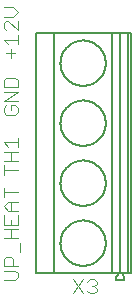
<source format=gto>
G75*
%MOIN*%
%OFA0B0*%
%FSLAX25Y25*%
%IPPOS*%
%LPD*%
%AMOC8*
5,1,8,0,0,1.08239X$1,22.5*
%
%ADD10C,0.00400*%
%ADD11C,0.00800*%
D10*
X0557091Y0163434D02*
X0560927Y0163434D01*
X0561694Y0164201D01*
X0561694Y0165736D01*
X0560927Y0166503D01*
X0557091Y0166503D01*
X0557091Y0168038D02*
X0557091Y0170340D01*
X0557858Y0171107D01*
X0559393Y0171107D01*
X0560160Y0170340D01*
X0560160Y0168038D01*
X0561694Y0168038D02*
X0557091Y0168038D01*
X0562462Y0172642D02*
X0562462Y0175711D01*
X0561694Y0177246D02*
X0557091Y0177246D01*
X0559393Y0177246D02*
X0559393Y0180315D01*
X0559393Y0181850D02*
X0559393Y0183384D01*
X0561694Y0181850D02*
X0561694Y0184919D01*
X0561694Y0186454D02*
X0558625Y0186454D01*
X0557091Y0187988D01*
X0558625Y0189523D01*
X0561694Y0189523D01*
X0559393Y0189523D02*
X0559393Y0186454D01*
X0557091Y0184919D02*
X0557091Y0181850D01*
X0561694Y0181850D01*
X0561694Y0180315D02*
X0557091Y0180315D01*
X0557091Y0191057D02*
X0557091Y0194127D01*
X0557091Y0192592D02*
X0561694Y0192592D01*
X0557091Y0198476D02*
X0557091Y0201545D01*
X0557091Y0203080D02*
X0561694Y0203080D01*
X0559393Y0203080D02*
X0559393Y0206149D01*
X0558625Y0207683D02*
X0557091Y0209218D01*
X0561694Y0209218D01*
X0561694Y0207683D02*
X0561694Y0210753D01*
X0561694Y0206149D02*
X0557091Y0206149D01*
X0557091Y0200010D02*
X0561694Y0200010D01*
X0560927Y0218476D02*
X0561694Y0219243D01*
X0561694Y0220778D01*
X0560927Y0221545D01*
X0559393Y0221545D01*
X0559393Y0220010D01*
X0560927Y0218476D02*
X0557858Y0218476D01*
X0557091Y0219243D01*
X0557091Y0220778D01*
X0557858Y0221545D01*
X0557091Y0223080D02*
X0561694Y0223080D01*
X0561694Y0226149D02*
X0557091Y0226149D01*
X0557091Y0227683D02*
X0557091Y0229985D01*
X0557858Y0230753D01*
X0560927Y0230753D01*
X0561694Y0229985D01*
X0561694Y0227683D01*
X0557091Y0227683D01*
X0557091Y0223080D02*
X0561694Y0226149D01*
X0559393Y0237372D02*
X0559393Y0240441D01*
X0558625Y0241976D02*
X0557091Y0243510D01*
X0561694Y0243510D01*
X0561694Y0241976D02*
X0561694Y0245045D01*
X0561694Y0246580D02*
X0558625Y0249649D01*
X0557858Y0249649D01*
X0557091Y0248881D01*
X0557091Y0247347D01*
X0557858Y0246580D01*
X0561694Y0246580D02*
X0561694Y0249649D01*
X0560160Y0251183D02*
X0557091Y0251183D01*
X0560160Y0251183D02*
X0561694Y0252718D01*
X0560160Y0254253D01*
X0557091Y0254253D01*
X0557858Y0238906D02*
X0560927Y0238906D01*
X0580308Y0163557D02*
X0583378Y0158953D01*
X0584912Y0159720D02*
X0585680Y0158953D01*
X0587214Y0158953D01*
X0587981Y0159720D01*
X0587981Y0160487D01*
X0587214Y0161255D01*
X0586447Y0161255D01*
X0587214Y0161255D02*
X0587981Y0162022D01*
X0587981Y0162789D01*
X0587214Y0163557D01*
X0585680Y0163557D01*
X0584912Y0162789D01*
X0583378Y0163557D02*
X0580308Y0158953D01*
D11*
X0575574Y0165670D02*
X0591310Y0165670D01*
X0593248Y0165670D01*
X0593248Y0245670D01*
X0595926Y0245670D01*
X0598375Y0245670D01*
X0599556Y0245670D01*
X0599556Y0165670D01*
X0598375Y0165670D01*
X0598375Y0245670D01*
X0595926Y0245670D02*
X0595926Y0165670D01*
X0596709Y0165670D01*
X0598375Y0165670D01*
X0597300Y0164461D02*
X0596709Y0165163D01*
X0596709Y0165670D01*
X0595926Y0165670D02*
X0595080Y0165670D01*
X0593248Y0165670D01*
X0594489Y0164461D02*
X0595080Y0165163D01*
X0595080Y0165670D01*
X0594489Y0164461D02*
X0594489Y0163426D01*
X0597300Y0163426D01*
X0597300Y0164461D01*
X0575974Y0175670D02*
X0575976Y0175855D01*
X0575983Y0176040D01*
X0575994Y0176225D01*
X0576010Y0176409D01*
X0576031Y0176593D01*
X0576056Y0176776D01*
X0576085Y0176959D01*
X0576119Y0177141D01*
X0576157Y0177322D01*
X0576200Y0177502D01*
X0576247Y0177681D01*
X0576299Y0177858D01*
X0576355Y0178035D01*
X0576415Y0178210D01*
X0576479Y0178383D01*
X0576548Y0178555D01*
X0576621Y0178725D01*
X0576698Y0178893D01*
X0576779Y0179060D01*
X0576864Y0179224D01*
X0576953Y0179386D01*
X0577047Y0179546D01*
X0577144Y0179703D01*
X0577245Y0179858D01*
X0577349Y0180011D01*
X0577458Y0180161D01*
X0577570Y0180308D01*
X0577685Y0180453D01*
X0577804Y0180594D01*
X0577927Y0180733D01*
X0578053Y0180868D01*
X0578182Y0181001D01*
X0578315Y0181130D01*
X0578450Y0181256D01*
X0578589Y0181379D01*
X0578730Y0181498D01*
X0578875Y0181613D01*
X0579022Y0181725D01*
X0579172Y0181834D01*
X0579325Y0181938D01*
X0579480Y0182039D01*
X0579637Y0182136D01*
X0579797Y0182230D01*
X0579959Y0182319D01*
X0580123Y0182404D01*
X0580290Y0182485D01*
X0580458Y0182562D01*
X0580628Y0182635D01*
X0580800Y0182704D01*
X0580973Y0182768D01*
X0581148Y0182828D01*
X0581325Y0182884D01*
X0581502Y0182936D01*
X0581681Y0182983D01*
X0581861Y0183026D01*
X0582042Y0183064D01*
X0582224Y0183098D01*
X0582407Y0183127D01*
X0582590Y0183152D01*
X0582774Y0183173D01*
X0582958Y0183189D01*
X0583143Y0183200D01*
X0583328Y0183207D01*
X0583513Y0183209D01*
X0583698Y0183207D01*
X0583883Y0183200D01*
X0584068Y0183189D01*
X0584252Y0183173D01*
X0584436Y0183152D01*
X0584619Y0183127D01*
X0584802Y0183098D01*
X0584984Y0183064D01*
X0585165Y0183026D01*
X0585345Y0182983D01*
X0585524Y0182936D01*
X0585701Y0182884D01*
X0585878Y0182828D01*
X0586053Y0182768D01*
X0586226Y0182704D01*
X0586398Y0182635D01*
X0586568Y0182562D01*
X0586736Y0182485D01*
X0586903Y0182404D01*
X0587067Y0182319D01*
X0587229Y0182230D01*
X0587389Y0182136D01*
X0587546Y0182039D01*
X0587701Y0181938D01*
X0587854Y0181834D01*
X0588004Y0181725D01*
X0588151Y0181613D01*
X0588296Y0181498D01*
X0588437Y0181379D01*
X0588576Y0181256D01*
X0588711Y0181130D01*
X0588844Y0181001D01*
X0588973Y0180868D01*
X0589099Y0180733D01*
X0589222Y0180594D01*
X0589341Y0180453D01*
X0589456Y0180308D01*
X0589568Y0180161D01*
X0589677Y0180011D01*
X0589781Y0179858D01*
X0589882Y0179703D01*
X0589979Y0179546D01*
X0590073Y0179386D01*
X0590162Y0179224D01*
X0590247Y0179060D01*
X0590328Y0178893D01*
X0590405Y0178725D01*
X0590478Y0178555D01*
X0590547Y0178383D01*
X0590611Y0178210D01*
X0590671Y0178035D01*
X0590727Y0177858D01*
X0590779Y0177681D01*
X0590826Y0177502D01*
X0590869Y0177322D01*
X0590907Y0177141D01*
X0590941Y0176959D01*
X0590970Y0176776D01*
X0590995Y0176593D01*
X0591016Y0176409D01*
X0591032Y0176225D01*
X0591043Y0176040D01*
X0591050Y0175855D01*
X0591052Y0175670D01*
X0591050Y0175485D01*
X0591043Y0175300D01*
X0591032Y0175115D01*
X0591016Y0174931D01*
X0590995Y0174747D01*
X0590970Y0174564D01*
X0590941Y0174381D01*
X0590907Y0174199D01*
X0590869Y0174018D01*
X0590826Y0173838D01*
X0590779Y0173659D01*
X0590727Y0173482D01*
X0590671Y0173305D01*
X0590611Y0173130D01*
X0590547Y0172957D01*
X0590478Y0172785D01*
X0590405Y0172615D01*
X0590328Y0172447D01*
X0590247Y0172280D01*
X0590162Y0172116D01*
X0590073Y0171954D01*
X0589979Y0171794D01*
X0589882Y0171637D01*
X0589781Y0171482D01*
X0589677Y0171329D01*
X0589568Y0171179D01*
X0589456Y0171032D01*
X0589341Y0170887D01*
X0589222Y0170746D01*
X0589099Y0170607D01*
X0588973Y0170472D01*
X0588844Y0170339D01*
X0588711Y0170210D01*
X0588576Y0170084D01*
X0588437Y0169961D01*
X0588296Y0169842D01*
X0588151Y0169727D01*
X0588004Y0169615D01*
X0587854Y0169506D01*
X0587701Y0169402D01*
X0587546Y0169301D01*
X0587389Y0169204D01*
X0587229Y0169110D01*
X0587067Y0169021D01*
X0586903Y0168936D01*
X0586736Y0168855D01*
X0586568Y0168778D01*
X0586398Y0168705D01*
X0586226Y0168636D01*
X0586053Y0168572D01*
X0585878Y0168512D01*
X0585701Y0168456D01*
X0585524Y0168404D01*
X0585345Y0168357D01*
X0585165Y0168314D01*
X0584984Y0168276D01*
X0584802Y0168242D01*
X0584619Y0168213D01*
X0584436Y0168188D01*
X0584252Y0168167D01*
X0584068Y0168151D01*
X0583883Y0168140D01*
X0583698Y0168133D01*
X0583513Y0168131D01*
X0583328Y0168133D01*
X0583143Y0168140D01*
X0582958Y0168151D01*
X0582774Y0168167D01*
X0582590Y0168188D01*
X0582407Y0168213D01*
X0582224Y0168242D01*
X0582042Y0168276D01*
X0581861Y0168314D01*
X0581681Y0168357D01*
X0581502Y0168404D01*
X0581325Y0168456D01*
X0581148Y0168512D01*
X0580973Y0168572D01*
X0580800Y0168636D01*
X0580628Y0168705D01*
X0580458Y0168778D01*
X0580290Y0168855D01*
X0580123Y0168936D01*
X0579959Y0169021D01*
X0579797Y0169110D01*
X0579637Y0169204D01*
X0579480Y0169301D01*
X0579325Y0169402D01*
X0579172Y0169506D01*
X0579022Y0169615D01*
X0578875Y0169727D01*
X0578730Y0169842D01*
X0578589Y0169961D01*
X0578450Y0170084D01*
X0578315Y0170210D01*
X0578182Y0170339D01*
X0578053Y0170472D01*
X0577927Y0170607D01*
X0577804Y0170746D01*
X0577685Y0170887D01*
X0577570Y0171032D01*
X0577458Y0171179D01*
X0577349Y0171329D01*
X0577245Y0171482D01*
X0577144Y0171637D01*
X0577047Y0171794D01*
X0576953Y0171954D01*
X0576864Y0172116D01*
X0576779Y0172280D01*
X0576698Y0172447D01*
X0576621Y0172615D01*
X0576548Y0172785D01*
X0576479Y0172957D01*
X0576415Y0173130D01*
X0576355Y0173305D01*
X0576299Y0173482D01*
X0576247Y0173659D01*
X0576200Y0173838D01*
X0576157Y0174018D01*
X0576119Y0174199D01*
X0576085Y0174381D01*
X0576056Y0174564D01*
X0576031Y0174747D01*
X0576010Y0174931D01*
X0575994Y0175115D01*
X0575983Y0175300D01*
X0575976Y0175485D01*
X0575974Y0175670D01*
X0575574Y0165670D02*
X0573673Y0165670D01*
X0567666Y0165670D01*
X0567666Y0245670D01*
X0573673Y0245670D01*
X0575574Y0245670D01*
X0591310Y0245670D01*
X0593248Y0245670D01*
X0575974Y0235670D02*
X0575976Y0235855D01*
X0575983Y0236040D01*
X0575994Y0236225D01*
X0576010Y0236409D01*
X0576031Y0236593D01*
X0576056Y0236776D01*
X0576085Y0236959D01*
X0576119Y0237141D01*
X0576157Y0237322D01*
X0576200Y0237502D01*
X0576247Y0237681D01*
X0576299Y0237858D01*
X0576355Y0238035D01*
X0576415Y0238210D01*
X0576479Y0238383D01*
X0576548Y0238555D01*
X0576621Y0238725D01*
X0576698Y0238893D01*
X0576779Y0239060D01*
X0576864Y0239224D01*
X0576953Y0239386D01*
X0577047Y0239546D01*
X0577144Y0239703D01*
X0577245Y0239858D01*
X0577349Y0240011D01*
X0577458Y0240161D01*
X0577570Y0240308D01*
X0577685Y0240453D01*
X0577804Y0240594D01*
X0577927Y0240733D01*
X0578053Y0240868D01*
X0578182Y0241001D01*
X0578315Y0241130D01*
X0578450Y0241256D01*
X0578589Y0241379D01*
X0578730Y0241498D01*
X0578875Y0241613D01*
X0579022Y0241725D01*
X0579172Y0241834D01*
X0579325Y0241938D01*
X0579480Y0242039D01*
X0579637Y0242136D01*
X0579797Y0242230D01*
X0579959Y0242319D01*
X0580123Y0242404D01*
X0580290Y0242485D01*
X0580458Y0242562D01*
X0580628Y0242635D01*
X0580800Y0242704D01*
X0580973Y0242768D01*
X0581148Y0242828D01*
X0581325Y0242884D01*
X0581502Y0242936D01*
X0581681Y0242983D01*
X0581861Y0243026D01*
X0582042Y0243064D01*
X0582224Y0243098D01*
X0582407Y0243127D01*
X0582590Y0243152D01*
X0582774Y0243173D01*
X0582958Y0243189D01*
X0583143Y0243200D01*
X0583328Y0243207D01*
X0583513Y0243209D01*
X0583698Y0243207D01*
X0583883Y0243200D01*
X0584068Y0243189D01*
X0584252Y0243173D01*
X0584436Y0243152D01*
X0584619Y0243127D01*
X0584802Y0243098D01*
X0584984Y0243064D01*
X0585165Y0243026D01*
X0585345Y0242983D01*
X0585524Y0242936D01*
X0585701Y0242884D01*
X0585878Y0242828D01*
X0586053Y0242768D01*
X0586226Y0242704D01*
X0586398Y0242635D01*
X0586568Y0242562D01*
X0586736Y0242485D01*
X0586903Y0242404D01*
X0587067Y0242319D01*
X0587229Y0242230D01*
X0587389Y0242136D01*
X0587546Y0242039D01*
X0587701Y0241938D01*
X0587854Y0241834D01*
X0588004Y0241725D01*
X0588151Y0241613D01*
X0588296Y0241498D01*
X0588437Y0241379D01*
X0588576Y0241256D01*
X0588711Y0241130D01*
X0588844Y0241001D01*
X0588973Y0240868D01*
X0589099Y0240733D01*
X0589222Y0240594D01*
X0589341Y0240453D01*
X0589456Y0240308D01*
X0589568Y0240161D01*
X0589677Y0240011D01*
X0589781Y0239858D01*
X0589882Y0239703D01*
X0589979Y0239546D01*
X0590073Y0239386D01*
X0590162Y0239224D01*
X0590247Y0239060D01*
X0590328Y0238893D01*
X0590405Y0238725D01*
X0590478Y0238555D01*
X0590547Y0238383D01*
X0590611Y0238210D01*
X0590671Y0238035D01*
X0590727Y0237858D01*
X0590779Y0237681D01*
X0590826Y0237502D01*
X0590869Y0237322D01*
X0590907Y0237141D01*
X0590941Y0236959D01*
X0590970Y0236776D01*
X0590995Y0236593D01*
X0591016Y0236409D01*
X0591032Y0236225D01*
X0591043Y0236040D01*
X0591050Y0235855D01*
X0591052Y0235670D01*
X0591050Y0235485D01*
X0591043Y0235300D01*
X0591032Y0235115D01*
X0591016Y0234931D01*
X0590995Y0234747D01*
X0590970Y0234564D01*
X0590941Y0234381D01*
X0590907Y0234199D01*
X0590869Y0234018D01*
X0590826Y0233838D01*
X0590779Y0233659D01*
X0590727Y0233482D01*
X0590671Y0233305D01*
X0590611Y0233130D01*
X0590547Y0232957D01*
X0590478Y0232785D01*
X0590405Y0232615D01*
X0590328Y0232447D01*
X0590247Y0232280D01*
X0590162Y0232116D01*
X0590073Y0231954D01*
X0589979Y0231794D01*
X0589882Y0231637D01*
X0589781Y0231482D01*
X0589677Y0231329D01*
X0589568Y0231179D01*
X0589456Y0231032D01*
X0589341Y0230887D01*
X0589222Y0230746D01*
X0589099Y0230607D01*
X0588973Y0230472D01*
X0588844Y0230339D01*
X0588711Y0230210D01*
X0588576Y0230084D01*
X0588437Y0229961D01*
X0588296Y0229842D01*
X0588151Y0229727D01*
X0588004Y0229615D01*
X0587854Y0229506D01*
X0587701Y0229402D01*
X0587546Y0229301D01*
X0587389Y0229204D01*
X0587229Y0229110D01*
X0587067Y0229021D01*
X0586903Y0228936D01*
X0586736Y0228855D01*
X0586568Y0228778D01*
X0586398Y0228705D01*
X0586226Y0228636D01*
X0586053Y0228572D01*
X0585878Y0228512D01*
X0585701Y0228456D01*
X0585524Y0228404D01*
X0585345Y0228357D01*
X0585165Y0228314D01*
X0584984Y0228276D01*
X0584802Y0228242D01*
X0584619Y0228213D01*
X0584436Y0228188D01*
X0584252Y0228167D01*
X0584068Y0228151D01*
X0583883Y0228140D01*
X0583698Y0228133D01*
X0583513Y0228131D01*
X0583328Y0228133D01*
X0583143Y0228140D01*
X0582958Y0228151D01*
X0582774Y0228167D01*
X0582590Y0228188D01*
X0582407Y0228213D01*
X0582224Y0228242D01*
X0582042Y0228276D01*
X0581861Y0228314D01*
X0581681Y0228357D01*
X0581502Y0228404D01*
X0581325Y0228456D01*
X0581148Y0228512D01*
X0580973Y0228572D01*
X0580800Y0228636D01*
X0580628Y0228705D01*
X0580458Y0228778D01*
X0580290Y0228855D01*
X0580123Y0228936D01*
X0579959Y0229021D01*
X0579797Y0229110D01*
X0579637Y0229204D01*
X0579480Y0229301D01*
X0579325Y0229402D01*
X0579172Y0229506D01*
X0579022Y0229615D01*
X0578875Y0229727D01*
X0578730Y0229842D01*
X0578589Y0229961D01*
X0578450Y0230084D01*
X0578315Y0230210D01*
X0578182Y0230339D01*
X0578053Y0230472D01*
X0577927Y0230607D01*
X0577804Y0230746D01*
X0577685Y0230887D01*
X0577570Y0231032D01*
X0577458Y0231179D01*
X0577349Y0231329D01*
X0577245Y0231482D01*
X0577144Y0231637D01*
X0577047Y0231794D01*
X0576953Y0231954D01*
X0576864Y0232116D01*
X0576779Y0232280D01*
X0576698Y0232447D01*
X0576621Y0232615D01*
X0576548Y0232785D01*
X0576479Y0232957D01*
X0576415Y0233130D01*
X0576355Y0233305D01*
X0576299Y0233482D01*
X0576247Y0233659D01*
X0576200Y0233838D01*
X0576157Y0234018D01*
X0576119Y0234199D01*
X0576085Y0234381D01*
X0576056Y0234564D01*
X0576031Y0234747D01*
X0576010Y0234931D01*
X0575994Y0235115D01*
X0575983Y0235300D01*
X0575976Y0235485D01*
X0575974Y0235670D01*
X0573673Y0245670D02*
X0573673Y0165670D01*
X0575974Y0195670D02*
X0575976Y0195855D01*
X0575983Y0196040D01*
X0575994Y0196225D01*
X0576010Y0196409D01*
X0576031Y0196593D01*
X0576056Y0196776D01*
X0576085Y0196959D01*
X0576119Y0197141D01*
X0576157Y0197322D01*
X0576200Y0197502D01*
X0576247Y0197681D01*
X0576299Y0197858D01*
X0576355Y0198035D01*
X0576415Y0198210D01*
X0576479Y0198383D01*
X0576548Y0198555D01*
X0576621Y0198725D01*
X0576698Y0198893D01*
X0576779Y0199060D01*
X0576864Y0199224D01*
X0576953Y0199386D01*
X0577047Y0199546D01*
X0577144Y0199703D01*
X0577245Y0199858D01*
X0577349Y0200011D01*
X0577458Y0200161D01*
X0577570Y0200308D01*
X0577685Y0200453D01*
X0577804Y0200594D01*
X0577927Y0200733D01*
X0578053Y0200868D01*
X0578182Y0201001D01*
X0578315Y0201130D01*
X0578450Y0201256D01*
X0578589Y0201379D01*
X0578730Y0201498D01*
X0578875Y0201613D01*
X0579022Y0201725D01*
X0579172Y0201834D01*
X0579325Y0201938D01*
X0579480Y0202039D01*
X0579637Y0202136D01*
X0579797Y0202230D01*
X0579959Y0202319D01*
X0580123Y0202404D01*
X0580290Y0202485D01*
X0580458Y0202562D01*
X0580628Y0202635D01*
X0580800Y0202704D01*
X0580973Y0202768D01*
X0581148Y0202828D01*
X0581325Y0202884D01*
X0581502Y0202936D01*
X0581681Y0202983D01*
X0581861Y0203026D01*
X0582042Y0203064D01*
X0582224Y0203098D01*
X0582407Y0203127D01*
X0582590Y0203152D01*
X0582774Y0203173D01*
X0582958Y0203189D01*
X0583143Y0203200D01*
X0583328Y0203207D01*
X0583513Y0203209D01*
X0583698Y0203207D01*
X0583883Y0203200D01*
X0584068Y0203189D01*
X0584252Y0203173D01*
X0584436Y0203152D01*
X0584619Y0203127D01*
X0584802Y0203098D01*
X0584984Y0203064D01*
X0585165Y0203026D01*
X0585345Y0202983D01*
X0585524Y0202936D01*
X0585701Y0202884D01*
X0585878Y0202828D01*
X0586053Y0202768D01*
X0586226Y0202704D01*
X0586398Y0202635D01*
X0586568Y0202562D01*
X0586736Y0202485D01*
X0586903Y0202404D01*
X0587067Y0202319D01*
X0587229Y0202230D01*
X0587389Y0202136D01*
X0587546Y0202039D01*
X0587701Y0201938D01*
X0587854Y0201834D01*
X0588004Y0201725D01*
X0588151Y0201613D01*
X0588296Y0201498D01*
X0588437Y0201379D01*
X0588576Y0201256D01*
X0588711Y0201130D01*
X0588844Y0201001D01*
X0588973Y0200868D01*
X0589099Y0200733D01*
X0589222Y0200594D01*
X0589341Y0200453D01*
X0589456Y0200308D01*
X0589568Y0200161D01*
X0589677Y0200011D01*
X0589781Y0199858D01*
X0589882Y0199703D01*
X0589979Y0199546D01*
X0590073Y0199386D01*
X0590162Y0199224D01*
X0590247Y0199060D01*
X0590328Y0198893D01*
X0590405Y0198725D01*
X0590478Y0198555D01*
X0590547Y0198383D01*
X0590611Y0198210D01*
X0590671Y0198035D01*
X0590727Y0197858D01*
X0590779Y0197681D01*
X0590826Y0197502D01*
X0590869Y0197322D01*
X0590907Y0197141D01*
X0590941Y0196959D01*
X0590970Y0196776D01*
X0590995Y0196593D01*
X0591016Y0196409D01*
X0591032Y0196225D01*
X0591043Y0196040D01*
X0591050Y0195855D01*
X0591052Y0195670D01*
X0591050Y0195485D01*
X0591043Y0195300D01*
X0591032Y0195115D01*
X0591016Y0194931D01*
X0590995Y0194747D01*
X0590970Y0194564D01*
X0590941Y0194381D01*
X0590907Y0194199D01*
X0590869Y0194018D01*
X0590826Y0193838D01*
X0590779Y0193659D01*
X0590727Y0193482D01*
X0590671Y0193305D01*
X0590611Y0193130D01*
X0590547Y0192957D01*
X0590478Y0192785D01*
X0590405Y0192615D01*
X0590328Y0192447D01*
X0590247Y0192280D01*
X0590162Y0192116D01*
X0590073Y0191954D01*
X0589979Y0191794D01*
X0589882Y0191637D01*
X0589781Y0191482D01*
X0589677Y0191329D01*
X0589568Y0191179D01*
X0589456Y0191032D01*
X0589341Y0190887D01*
X0589222Y0190746D01*
X0589099Y0190607D01*
X0588973Y0190472D01*
X0588844Y0190339D01*
X0588711Y0190210D01*
X0588576Y0190084D01*
X0588437Y0189961D01*
X0588296Y0189842D01*
X0588151Y0189727D01*
X0588004Y0189615D01*
X0587854Y0189506D01*
X0587701Y0189402D01*
X0587546Y0189301D01*
X0587389Y0189204D01*
X0587229Y0189110D01*
X0587067Y0189021D01*
X0586903Y0188936D01*
X0586736Y0188855D01*
X0586568Y0188778D01*
X0586398Y0188705D01*
X0586226Y0188636D01*
X0586053Y0188572D01*
X0585878Y0188512D01*
X0585701Y0188456D01*
X0585524Y0188404D01*
X0585345Y0188357D01*
X0585165Y0188314D01*
X0584984Y0188276D01*
X0584802Y0188242D01*
X0584619Y0188213D01*
X0584436Y0188188D01*
X0584252Y0188167D01*
X0584068Y0188151D01*
X0583883Y0188140D01*
X0583698Y0188133D01*
X0583513Y0188131D01*
X0583328Y0188133D01*
X0583143Y0188140D01*
X0582958Y0188151D01*
X0582774Y0188167D01*
X0582590Y0188188D01*
X0582407Y0188213D01*
X0582224Y0188242D01*
X0582042Y0188276D01*
X0581861Y0188314D01*
X0581681Y0188357D01*
X0581502Y0188404D01*
X0581325Y0188456D01*
X0581148Y0188512D01*
X0580973Y0188572D01*
X0580800Y0188636D01*
X0580628Y0188705D01*
X0580458Y0188778D01*
X0580290Y0188855D01*
X0580123Y0188936D01*
X0579959Y0189021D01*
X0579797Y0189110D01*
X0579637Y0189204D01*
X0579480Y0189301D01*
X0579325Y0189402D01*
X0579172Y0189506D01*
X0579022Y0189615D01*
X0578875Y0189727D01*
X0578730Y0189842D01*
X0578589Y0189961D01*
X0578450Y0190084D01*
X0578315Y0190210D01*
X0578182Y0190339D01*
X0578053Y0190472D01*
X0577927Y0190607D01*
X0577804Y0190746D01*
X0577685Y0190887D01*
X0577570Y0191032D01*
X0577458Y0191179D01*
X0577349Y0191329D01*
X0577245Y0191482D01*
X0577144Y0191637D01*
X0577047Y0191794D01*
X0576953Y0191954D01*
X0576864Y0192116D01*
X0576779Y0192280D01*
X0576698Y0192447D01*
X0576621Y0192615D01*
X0576548Y0192785D01*
X0576479Y0192957D01*
X0576415Y0193130D01*
X0576355Y0193305D01*
X0576299Y0193482D01*
X0576247Y0193659D01*
X0576200Y0193838D01*
X0576157Y0194018D01*
X0576119Y0194199D01*
X0576085Y0194381D01*
X0576056Y0194564D01*
X0576031Y0194747D01*
X0576010Y0194931D01*
X0575994Y0195115D01*
X0575983Y0195300D01*
X0575976Y0195485D01*
X0575974Y0195670D01*
X0575974Y0215670D02*
X0575976Y0215855D01*
X0575983Y0216040D01*
X0575994Y0216225D01*
X0576010Y0216409D01*
X0576031Y0216593D01*
X0576056Y0216776D01*
X0576085Y0216959D01*
X0576119Y0217141D01*
X0576157Y0217322D01*
X0576200Y0217502D01*
X0576247Y0217681D01*
X0576299Y0217858D01*
X0576355Y0218035D01*
X0576415Y0218210D01*
X0576479Y0218383D01*
X0576548Y0218555D01*
X0576621Y0218725D01*
X0576698Y0218893D01*
X0576779Y0219060D01*
X0576864Y0219224D01*
X0576953Y0219386D01*
X0577047Y0219546D01*
X0577144Y0219703D01*
X0577245Y0219858D01*
X0577349Y0220011D01*
X0577458Y0220161D01*
X0577570Y0220308D01*
X0577685Y0220453D01*
X0577804Y0220594D01*
X0577927Y0220733D01*
X0578053Y0220868D01*
X0578182Y0221001D01*
X0578315Y0221130D01*
X0578450Y0221256D01*
X0578589Y0221379D01*
X0578730Y0221498D01*
X0578875Y0221613D01*
X0579022Y0221725D01*
X0579172Y0221834D01*
X0579325Y0221938D01*
X0579480Y0222039D01*
X0579637Y0222136D01*
X0579797Y0222230D01*
X0579959Y0222319D01*
X0580123Y0222404D01*
X0580290Y0222485D01*
X0580458Y0222562D01*
X0580628Y0222635D01*
X0580800Y0222704D01*
X0580973Y0222768D01*
X0581148Y0222828D01*
X0581325Y0222884D01*
X0581502Y0222936D01*
X0581681Y0222983D01*
X0581861Y0223026D01*
X0582042Y0223064D01*
X0582224Y0223098D01*
X0582407Y0223127D01*
X0582590Y0223152D01*
X0582774Y0223173D01*
X0582958Y0223189D01*
X0583143Y0223200D01*
X0583328Y0223207D01*
X0583513Y0223209D01*
X0583698Y0223207D01*
X0583883Y0223200D01*
X0584068Y0223189D01*
X0584252Y0223173D01*
X0584436Y0223152D01*
X0584619Y0223127D01*
X0584802Y0223098D01*
X0584984Y0223064D01*
X0585165Y0223026D01*
X0585345Y0222983D01*
X0585524Y0222936D01*
X0585701Y0222884D01*
X0585878Y0222828D01*
X0586053Y0222768D01*
X0586226Y0222704D01*
X0586398Y0222635D01*
X0586568Y0222562D01*
X0586736Y0222485D01*
X0586903Y0222404D01*
X0587067Y0222319D01*
X0587229Y0222230D01*
X0587389Y0222136D01*
X0587546Y0222039D01*
X0587701Y0221938D01*
X0587854Y0221834D01*
X0588004Y0221725D01*
X0588151Y0221613D01*
X0588296Y0221498D01*
X0588437Y0221379D01*
X0588576Y0221256D01*
X0588711Y0221130D01*
X0588844Y0221001D01*
X0588973Y0220868D01*
X0589099Y0220733D01*
X0589222Y0220594D01*
X0589341Y0220453D01*
X0589456Y0220308D01*
X0589568Y0220161D01*
X0589677Y0220011D01*
X0589781Y0219858D01*
X0589882Y0219703D01*
X0589979Y0219546D01*
X0590073Y0219386D01*
X0590162Y0219224D01*
X0590247Y0219060D01*
X0590328Y0218893D01*
X0590405Y0218725D01*
X0590478Y0218555D01*
X0590547Y0218383D01*
X0590611Y0218210D01*
X0590671Y0218035D01*
X0590727Y0217858D01*
X0590779Y0217681D01*
X0590826Y0217502D01*
X0590869Y0217322D01*
X0590907Y0217141D01*
X0590941Y0216959D01*
X0590970Y0216776D01*
X0590995Y0216593D01*
X0591016Y0216409D01*
X0591032Y0216225D01*
X0591043Y0216040D01*
X0591050Y0215855D01*
X0591052Y0215670D01*
X0591050Y0215485D01*
X0591043Y0215300D01*
X0591032Y0215115D01*
X0591016Y0214931D01*
X0590995Y0214747D01*
X0590970Y0214564D01*
X0590941Y0214381D01*
X0590907Y0214199D01*
X0590869Y0214018D01*
X0590826Y0213838D01*
X0590779Y0213659D01*
X0590727Y0213482D01*
X0590671Y0213305D01*
X0590611Y0213130D01*
X0590547Y0212957D01*
X0590478Y0212785D01*
X0590405Y0212615D01*
X0590328Y0212447D01*
X0590247Y0212280D01*
X0590162Y0212116D01*
X0590073Y0211954D01*
X0589979Y0211794D01*
X0589882Y0211637D01*
X0589781Y0211482D01*
X0589677Y0211329D01*
X0589568Y0211179D01*
X0589456Y0211032D01*
X0589341Y0210887D01*
X0589222Y0210746D01*
X0589099Y0210607D01*
X0588973Y0210472D01*
X0588844Y0210339D01*
X0588711Y0210210D01*
X0588576Y0210084D01*
X0588437Y0209961D01*
X0588296Y0209842D01*
X0588151Y0209727D01*
X0588004Y0209615D01*
X0587854Y0209506D01*
X0587701Y0209402D01*
X0587546Y0209301D01*
X0587389Y0209204D01*
X0587229Y0209110D01*
X0587067Y0209021D01*
X0586903Y0208936D01*
X0586736Y0208855D01*
X0586568Y0208778D01*
X0586398Y0208705D01*
X0586226Y0208636D01*
X0586053Y0208572D01*
X0585878Y0208512D01*
X0585701Y0208456D01*
X0585524Y0208404D01*
X0585345Y0208357D01*
X0585165Y0208314D01*
X0584984Y0208276D01*
X0584802Y0208242D01*
X0584619Y0208213D01*
X0584436Y0208188D01*
X0584252Y0208167D01*
X0584068Y0208151D01*
X0583883Y0208140D01*
X0583698Y0208133D01*
X0583513Y0208131D01*
X0583328Y0208133D01*
X0583143Y0208140D01*
X0582958Y0208151D01*
X0582774Y0208167D01*
X0582590Y0208188D01*
X0582407Y0208213D01*
X0582224Y0208242D01*
X0582042Y0208276D01*
X0581861Y0208314D01*
X0581681Y0208357D01*
X0581502Y0208404D01*
X0581325Y0208456D01*
X0581148Y0208512D01*
X0580973Y0208572D01*
X0580800Y0208636D01*
X0580628Y0208705D01*
X0580458Y0208778D01*
X0580290Y0208855D01*
X0580123Y0208936D01*
X0579959Y0209021D01*
X0579797Y0209110D01*
X0579637Y0209204D01*
X0579480Y0209301D01*
X0579325Y0209402D01*
X0579172Y0209506D01*
X0579022Y0209615D01*
X0578875Y0209727D01*
X0578730Y0209842D01*
X0578589Y0209961D01*
X0578450Y0210084D01*
X0578315Y0210210D01*
X0578182Y0210339D01*
X0578053Y0210472D01*
X0577927Y0210607D01*
X0577804Y0210746D01*
X0577685Y0210887D01*
X0577570Y0211032D01*
X0577458Y0211179D01*
X0577349Y0211329D01*
X0577245Y0211482D01*
X0577144Y0211637D01*
X0577047Y0211794D01*
X0576953Y0211954D01*
X0576864Y0212116D01*
X0576779Y0212280D01*
X0576698Y0212447D01*
X0576621Y0212615D01*
X0576548Y0212785D01*
X0576479Y0212957D01*
X0576415Y0213130D01*
X0576355Y0213305D01*
X0576299Y0213482D01*
X0576247Y0213659D01*
X0576200Y0213838D01*
X0576157Y0214018D01*
X0576119Y0214199D01*
X0576085Y0214381D01*
X0576056Y0214564D01*
X0576031Y0214747D01*
X0576010Y0214931D01*
X0575994Y0215115D01*
X0575983Y0215300D01*
X0575976Y0215485D01*
X0575974Y0215670D01*
M02*

</source>
